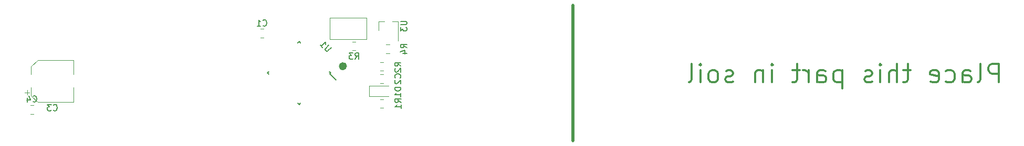
<source format=gbr>
G04 #@! TF.GenerationSoftware,KiCad,Pcbnew,5.1.5+dfsg1-2build2*
G04 #@! TF.CreationDate,2021-03-15T11:47:18+01:00*
G04 #@! TF.ProjectId,soil-moisture-sensor,736f696c-2d6d-46f6-9973-747572652d73,1.0*
G04 #@! TF.SameCoordinates,Original*
G04 #@! TF.FileFunction,Legend,Bot*
G04 #@! TF.FilePolarity,Positive*
%FSLAX46Y46*%
G04 Gerber Fmt 4.6, Leading zero omitted, Abs format (unit mm)*
G04 Created by KiCad (PCBNEW 5.1.5+dfsg1-2build2) date 2021-03-15 11:47:18*
%MOMM*%
%LPD*%
G04 APERTURE LIST*
%ADD10C,0.650000*%
%ADD11C,0.500000*%
%ADD12C,0.120000*%
%ADD13C,0.150000*%
%ADD14C,0.300000*%
G04 APERTURE END LIST*
D10*
X118866228Y-113100000D02*
G75*
G03X118866228Y-113100000I-316228J0D01*
G01*
D11*
X155599999Y-103200001D02*
X155599998Y-125200000D01*
D12*
X116400000Y-105250000D02*
X116400000Y-108750000D01*
X122400000Y-105250000D02*
X116400000Y-105250000D01*
X122400000Y-108750000D02*
X122400000Y-105250000D01*
X116400000Y-108750000D02*
X122400000Y-108750000D01*
X124538748Y-115860000D02*
X125061252Y-115860000D01*
X124538748Y-114440000D02*
X125061252Y-114440000D01*
X68661252Y-119390000D02*
X68138748Y-119390000D01*
X68661252Y-120810000D02*
X68138748Y-120810000D01*
X125061252Y-118440000D02*
X124538748Y-118440000D01*
X125061252Y-119860000D02*
X124538748Y-119860000D01*
X125061252Y-112440000D02*
X124538748Y-112440000D01*
X125061252Y-113860000D02*
X124538748Y-113860000D01*
X120088748Y-110560000D02*
X120611252Y-110560000D01*
X120088748Y-109140000D02*
X120611252Y-109140000D01*
D13*
X116626524Y-114200000D02*
X116467425Y-114359099D01*
X111500000Y-109073476D02*
X111270190Y-109303286D01*
X106373476Y-114200000D02*
X106603286Y-113970190D01*
X111500000Y-119326524D02*
X111729810Y-119096714D01*
X116626524Y-114200000D02*
X116396714Y-113970190D01*
X111500000Y-119326524D02*
X111270190Y-119096714D01*
X106373476Y-114200000D02*
X106603286Y-114429810D01*
X111500000Y-109073476D02*
X111729810Y-109303286D01*
X116467425Y-114359099D02*
X117475052Y-115366726D01*
D12*
X122750000Y-118000000D02*
X122750000Y-116300000D01*
X122750000Y-116300000D02*
X125900000Y-116300000D01*
X122750000Y-118000000D02*
X125900000Y-118000000D01*
X124320000Y-105840000D02*
X125250000Y-105840000D01*
X127480000Y-105840000D02*
X126550000Y-105840000D01*
X127480000Y-105840000D02*
X127480000Y-109000000D01*
X124320000Y-105840000D02*
X124320000Y-107300000D01*
X126061252Y-109590000D02*
X125538748Y-109590000D01*
X126061252Y-111010000D02*
X125538748Y-111010000D01*
X105761252Y-107090000D02*
X105238748Y-107090000D01*
X105761252Y-108510000D02*
X105238748Y-108510000D01*
X75110000Y-112090000D02*
X75110000Y-114440000D01*
X75110000Y-118910000D02*
X75110000Y-116560000D01*
X69354437Y-118910000D02*
X75110000Y-118910000D01*
X69354437Y-112090000D02*
X75110000Y-112090000D01*
X68290000Y-113154437D02*
X68290000Y-114440000D01*
X68290000Y-117845563D02*
X68290000Y-116560000D01*
X68290000Y-117845563D02*
X69354437Y-118910000D01*
X68290000Y-113154437D02*
X69354437Y-112090000D01*
X67262500Y-117347500D02*
X68050000Y-117347500D01*
X67656250Y-117741250D02*
X67656250Y-116953750D01*
D14*
X224332141Y-115722142D02*
X224332141Y-112722142D01*
X223189284Y-112722142D01*
X222903570Y-112865000D01*
X222760713Y-113007857D01*
X222617856Y-113293571D01*
X222617856Y-113722142D01*
X222760713Y-114007857D01*
X222903570Y-114150714D01*
X223189284Y-114293571D01*
X224332141Y-114293571D01*
X220903570Y-115722142D02*
X221189284Y-115579285D01*
X221332141Y-115293571D01*
X221332141Y-112722142D01*
X218474999Y-115722142D02*
X218474999Y-114150714D01*
X218617856Y-113865000D01*
X218903570Y-113722142D01*
X219474999Y-113722142D01*
X219760713Y-113865000D01*
X218474999Y-115579285D02*
X218760713Y-115722142D01*
X219474999Y-115722142D01*
X219760713Y-115579285D01*
X219903570Y-115293571D01*
X219903570Y-115007857D01*
X219760713Y-114722142D01*
X219474999Y-114579285D01*
X218760713Y-114579285D01*
X218474999Y-114436428D01*
X215760713Y-115579285D02*
X216046427Y-115722142D01*
X216617856Y-115722142D01*
X216903570Y-115579285D01*
X217046427Y-115436428D01*
X217189284Y-115150714D01*
X217189284Y-114293571D01*
X217046427Y-114007857D01*
X216903570Y-113865000D01*
X216617856Y-113722142D01*
X216046427Y-113722142D01*
X215760713Y-113865000D01*
X213332141Y-115579285D02*
X213617856Y-115722142D01*
X214189284Y-115722142D01*
X214474999Y-115579285D01*
X214617856Y-115293571D01*
X214617856Y-114150714D01*
X214474999Y-113865000D01*
X214189284Y-113722142D01*
X213617856Y-113722142D01*
X213332141Y-113865000D01*
X213189284Y-114150714D01*
X213189284Y-114436428D01*
X214617856Y-114722142D01*
X210046427Y-113722142D02*
X208903570Y-113722142D01*
X209617856Y-112722142D02*
X209617856Y-115293571D01*
X209474999Y-115579285D01*
X209189284Y-115722142D01*
X208903570Y-115722142D01*
X207903570Y-115722142D02*
X207903570Y-112722142D01*
X206617856Y-115722142D02*
X206617856Y-114150714D01*
X206760713Y-113865000D01*
X207046427Y-113722142D01*
X207474999Y-113722142D01*
X207760713Y-113865000D01*
X207903570Y-114007857D01*
X205189284Y-115722142D02*
X205189284Y-113722142D01*
X205189284Y-112722142D02*
X205332141Y-112865000D01*
X205189284Y-113007857D01*
X205046427Y-112865000D01*
X205189284Y-112722142D01*
X205189284Y-113007857D01*
X203903570Y-115579285D02*
X203617856Y-115722142D01*
X203046427Y-115722142D01*
X202760713Y-115579285D01*
X202617856Y-115293571D01*
X202617856Y-115150714D01*
X202760713Y-114865000D01*
X203046427Y-114722142D01*
X203474999Y-114722142D01*
X203760713Y-114579285D01*
X203903570Y-114293571D01*
X203903570Y-114150714D01*
X203760713Y-113865000D01*
X203474999Y-113722142D01*
X203046427Y-113722142D01*
X202760713Y-113865000D01*
X199046427Y-113722142D02*
X199046427Y-116722142D01*
X199046427Y-113865000D02*
X198760713Y-113722142D01*
X198189284Y-113722142D01*
X197903570Y-113865000D01*
X197760713Y-114007857D01*
X197617856Y-114293571D01*
X197617856Y-115150714D01*
X197760713Y-115436428D01*
X197903570Y-115579285D01*
X198189284Y-115722142D01*
X198760713Y-115722142D01*
X199046427Y-115579285D01*
X195046427Y-115722142D02*
X195046427Y-114150714D01*
X195189284Y-113865000D01*
X195474999Y-113722142D01*
X196046427Y-113722142D01*
X196332141Y-113865000D01*
X195046427Y-115579285D02*
X195332141Y-115722142D01*
X196046427Y-115722142D01*
X196332141Y-115579285D01*
X196474999Y-115293571D01*
X196474999Y-115007857D01*
X196332141Y-114722142D01*
X196046427Y-114579285D01*
X195332141Y-114579285D01*
X195046427Y-114436428D01*
X193617856Y-115722142D02*
X193617856Y-113722142D01*
X193617856Y-114293571D02*
X193474999Y-114007857D01*
X193332141Y-113865000D01*
X193046427Y-113722142D01*
X192760713Y-113722142D01*
X192189284Y-113722142D02*
X191046427Y-113722142D01*
X191760713Y-112722142D02*
X191760713Y-115293571D01*
X191617856Y-115579285D01*
X191332141Y-115722142D01*
X191046427Y-115722142D01*
X187760713Y-115722142D02*
X187760713Y-113722142D01*
X187760713Y-112722142D02*
X187903570Y-112865000D01*
X187760713Y-113007857D01*
X187617856Y-112865000D01*
X187760713Y-112722142D01*
X187760713Y-113007857D01*
X186332141Y-113722142D02*
X186332141Y-115722142D01*
X186332141Y-114007857D02*
X186189284Y-113865000D01*
X185903570Y-113722142D01*
X185474999Y-113722142D01*
X185189284Y-113865000D01*
X185046427Y-114150714D01*
X185046427Y-115722142D01*
X181474999Y-115579285D02*
X181189284Y-115722142D01*
X180617856Y-115722142D01*
X180332141Y-115579285D01*
X180189284Y-115293571D01*
X180189284Y-115150714D01*
X180332141Y-114865000D01*
X180617856Y-114722142D01*
X181046427Y-114722142D01*
X181332141Y-114579285D01*
X181474999Y-114293571D01*
X181474999Y-114150714D01*
X181332141Y-113865000D01*
X181046427Y-113722142D01*
X180617856Y-113722142D01*
X180332141Y-113865000D01*
X178474999Y-115722142D02*
X178760713Y-115579285D01*
X178903570Y-115436428D01*
X179046427Y-115150714D01*
X179046427Y-114293571D01*
X178903570Y-114007857D01*
X178760713Y-113865000D01*
X178474999Y-113722142D01*
X178046427Y-113722142D01*
X177760713Y-113865000D01*
X177617856Y-114007857D01*
X177474999Y-114293571D01*
X177474999Y-115150714D01*
X177617856Y-115436428D01*
X177760713Y-115579285D01*
X178046427Y-115722142D01*
X178474999Y-115722142D01*
X176189284Y-115722142D02*
X176189284Y-113722142D01*
X176189284Y-112722142D02*
X176332141Y-112865000D01*
X176189284Y-113007857D01*
X176046427Y-112865000D01*
X176189284Y-112722142D01*
X176189284Y-113007857D01*
X174332141Y-115722142D02*
X174617856Y-115579285D01*
X174760713Y-115293571D01*
X174760713Y-112722142D01*
X224332141Y-115722142D02*
X224332141Y-112722142D01*
X223189284Y-112722142D01*
X222903570Y-112865000D01*
X222760713Y-113007857D01*
X222617856Y-113293571D01*
X222617856Y-113722142D01*
X222760713Y-114007857D01*
X222903570Y-114150714D01*
X223189284Y-114293571D01*
X224332141Y-114293571D01*
X220903570Y-115722142D02*
X221189284Y-115579285D01*
X221332141Y-115293571D01*
X221332141Y-112722142D01*
X218474999Y-115722142D02*
X218474999Y-114150714D01*
X218617856Y-113865000D01*
X218903570Y-113722142D01*
X219474999Y-113722142D01*
X219760713Y-113865000D01*
X218474999Y-115579285D02*
X218760713Y-115722142D01*
X219474999Y-115722142D01*
X219760713Y-115579285D01*
X219903570Y-115293571D01*
X219903570Y-115007857D01*
X219760713Y-114722142D01*
X219474999Y-114579285D01*
X218760713Y-114579285D01*
X218474999Y-114436428D01*
X215760713Y-115579285D02*
X216046427Y-115722142D01*
X216617856Y-115722142D01*
X216903570Y-115579285D01*
X217046427Y-115436428D01*
X217189284Y-115150714D01*
X217189284Y-114293571D01*
X217046427Y-114007857D01*
X216903570Y-113865000D01*
X216617856Y-113722142D01*
X216046427Y-113722142D01*
X215760713Y-113865000D01*
X213332141Y-115579285D02*
X213617856Y-115722142D01*
X214189284Y-115722142D01*
X214474999Y-115579285D01*
X214617856Y-115293571D01*
X214617856Y-114150714D01*
X214474999Y-113865000D01*
X214189284Y-113722142D01*
X213617856Y-113722142D01*
X213332141Y-113865000D01*
X213189284Y-114150714D01*
X213189284Y-114436428D01*
X214617856Y-114722142D01*
X210046427Y-113722142D02*
X208903570Y-113722142D01*
X209617856Y-112722142D02*
X209617856Y-115293571D01*
X209474999Y-115579285D01*
X209189284Y-115722142D01*
X208903570Y-115722142D01*
X207903570Y-115722142D02*
X207903570Y-112722142D01*
X206617856Y-115722142D02*
X206617856Y-114150714D01*
X206760713Y-113865000D01*
X207046427Y-113722142D01*
X207474999Y-113722142D01*
X207760713Y-113865000D01*
X207903570Y-114007857D01*
X205189284Y-115722142D02*
X205189284Y-113722142D01*
X205189284Y-112722142D02*
X205332141Y-112865000D01*
X205189284Y-113007857D01*
X205046427Y-112865000D01*
X205189284Y-112722142D01*
X205189284Y-113007857D01*
X203903570Y-115579285D02*
X203617856Y-115722142D01*
X203046427Y-115722142D01*
X202760713Y-115579285D01*
X202617856Y-115293571D01*
X202617856Y-115150714D01*
X202760713Y-114865000D01*
X203046427Y-114722142D01*
X203474999Y-114722142D01*
X203760713Y-114579285D01*
X203903570Y-114293571D01*
X203903570Y-114150714D01*
X203760713Y-113865000D01*
X203474999Y-113722142D01*
X203046427Y-113722142D01*
X202760713Y-113865000D01*
X199046427Y-113722142D02*
X199046427Y-116722142D01*
X199046427Y-113865000D02*
X198760713Y-113722142D01*
X198189284Y-113722142D01*
X197903570Y-113865000D01*
X197760713Y-114007857D01*
X197617856Y-114293571D01*
X197617856Y-115150714D01*
X197760713Y-115436428D01*
X197903570Y-115579285D01*
X198189284Y-115722142D01*
X198760713Y-115722142D01*
X199046427Y-115579285D01*
X195046427Y-115722142D02*
X195046427Y-114150714D01*
X195189284Y-113865000D01*
X195474999Y-113722142D01*
X196046427Y-113722142D01*
X196332141Y-113865000D01*
X195046427Y-115579285D02*
X195332141Y-115722142D01*
X196046427Y-115722142D01*
X196332141Y-115579285D01*
X196474999Y-115293571D01*
X196474999Y-115007857D01*
X196332141Y-114722142D01*
X196046427Y-114579285D01*
X195332141Y-114579285D01*
X195046427Y-114436428D01*
X193617856Y-115722142D02*
X193617856Y-113722142D01*
X193617856Y-114293571D02*
X193474999Y-114007857D01*
X193332141Y-113865000D01*
X193046427Y-113722142D01*
X192760713Y-113722142D01*
X192189284Y-113722142D02*
X191046427Y-113722142D01*
X191760713Y-112722142D02*
X191760713Y-115293571D01*
X191617856Y-115579285D01*
X191332141Y-115722142D01*
X191046427Y-115722142D01*
X187760713Y-115722142D02*
X187760713Y-113722142D01*
X187760713Y-112722142D02*
X187903570Y-112865000D01*
X187760713Y-113007857D01*
X187617856Y-112865000D01*
X187760713Y-112722142D01*
X187760713Y-113007857D01*
X186332141Y-113722142D02*
X186332141Y-115722142D01*
X186332141Y-114007857D02*
X186189284Y-113865000D01*
X185903570Y-113722142D01*
X185474999Y-113722142D01*
X185189284Y-113865000D01*
X185046427Y-114150714D01*
X185046427Y-115722142D01*
X181474999Y-115579285D02*
X181189284Y-115722142D01*
X180617856Y-115722142D01*
X180332141Y-115579285D01*
X180189284Y-115293571D01*
X180189284Y-115150714D01*
X180332141Y-114865000D01*
X180617856Y-114722142D01*
X181046427Y-114722142D01*
X181332141Y-114579285D01*
X181474999Y-114293571D01*
X181474999Y-114150714D01*
X181332141Y-113865000D01*
X181046427Y-113722142D01*
X180617856Y-113722142D01*
X180332141Y-113865000D01*
X178474999Y-115722142D02*
X178760713Y-115579285D01*
X178903570Y-115436428D01*
X179046427Y-115150714D01*
X179046427Y-114293571D01*
X178903570Y-114007857D01*
X178760713Y-113865000D01*
X178474999Y-113722142D01*
X178046427Y-113722142D01*
X177760713Y-113865000D01*
X177617856Y-114007857D01*
X177474999Y-114293571D01*
X177474999Y-115150714D01*
X177617856Y-115436428D01*
X177760713Y-115579285D01*
X178046427Y-115722142D01*
X178474999Y-115722142D01*
X176189284Y-115722142D02*
X176189284Y-113722142D01*
X176189284Y-112722142D02*
X176332141Y-112865000D01*
X176189284Y-113007857D01*
X176046427Y-112865000D01*
X176189284Y-112722142D01*
X176189284Y-113007857D01*
X174332141Y-115722142D02*
X174617856Y-115579285D01*
X174760713Y-115293571D01*
X174760713Y-112722142D01*
D13*
X127807142Y-114983333D02*
X127854761Y-114935714D01*
X127902380Y-114792857D01*
X127902380Y-114697619D01*
X127854761Y-114554761D01*
X127759523Y-114459523D01*
X127664285Y-114411904D01*
X127473809Y-114364285D01*
X127330952Y-114364285D01*
X127140476Y-114411904D01*
X127045238Y-114459523D01*
X126950000Y-114554761D01*
X126902380Y-114697619D01*
X126902380Y-114792857D01*
X126950000Y-114935714D01*
X126997619Y-114983333D01*
X126997619Y-115364285D02*
X126950000Y-115411904D01*
X126902380Y-115507142D01*
X126902380Y-115745238D01*
X126950000Y-115840476D01*
X126997619Y-115888095D01*
X127092857Y-115935714D01*
X127188095Y-115935714D01*
X127330952Y-115888095D01*
X127902380Y-115316666D01*
X127902380Y-115935714D01*
X68566666Y-118807142D02*
X68614285Y-118854761D01*
X68757142Y-118902380D01*
X68852380Y-118902380D01*
X68995238Y-118854761D01*
X69090476Y-118759523D01*
X69138095Y-118664285D01*
X69185714Y-118473809D01*
X69185714Y-118330952D01*
X69138095Y-118140476D01*
X69090476Y-118045238D01*
X68995238Y-117950000D01*
X68852380Y-117902380D01*
X68757142Y-117902380D01*
X68614285Y-117950000D01*
X68566666Y-117997619D01*
X67709523Y-118235714D02*
X67709523Y-118902380D01*
X67947619Y-117854761D02*
X68185714Y-118569047D01*
X67566666Y-118569047D01*
X127952380Y-118983333D02*
X127476190Y-118650000D01*
X127952380Y-118411904D02*
X126952380Y-118411904D01*
X126952380Y-118792857D01*
X127000000Y-118888095D01*
X127047619Y-118935714D01*
X127142857Y-118983333D01*
X127285714Y-118983333D01*
X127380952Y-118935714D01*
X127428571Y-118888095D01*
X127476190Y-118792857D01*
X127476190Y-118411904D01*
X127952380Y-119935714D02*
X127952380Y-119364285D01*
X127952380Y-119650000D02*
X126952380Y-119650000D01*
X127095238Y-119554761D01*
X127190476Y-119459523D01*
X127238095Y-119364285D01*
X127902380Y-113083333D02*
X127426190Y-112750000D01*
X127902380Y-112511904D02*
X126902380Y-112511904D01*
X126902380Y-112892857D01*
X126950000Y-112988095D01*
X126997619Y-113035714D01*
X127092857Y-113083333D01*
X127235714Y-113083333D01*
X127330952Y-113035714D01*
X127378571Y-112988095D01*
X127426190Y-112892857D01*
X127426190Y-112511904D01*
X126997619Y-113464285D02*
X126950000Y-113511904D01*
X126902380Y-113607142D01*
X126902380Y-113845238D01*
X126950000Y-113940476D01*
X126997619Y-113988095D01*
X127092857Y-114035714D01*
X127188095Y-114035714D01*
X127330952Y-113988095D01*
X127902380Y-113416666D01*
X127902380Y-114035714D01*
X120516666Y-111952380D02*
X120850000Y-111476190D01*
X121088095Y-111952380D02*
X121088095Y-110952380D01*
X120707142Y-110952380D01*
X120611904Y-111000000D01*
X120564285Y-111047619D01*
X120516666Y-111142857D01*
X120516666Y-111285714D01*
X120564285Y-111380952D01*
X120611904Y-111428571D01*
X120707142Y-111476190D01*
X121088095Y-111476190D01*
X120183333Y-110952380D02*
X119564285Y-110952380D01*
X119897619Y-111333333D01*
X119754761Y-111333333D01*
X119659523Y-111380952D01*
X119611904Y-111428571D01*
X119564285Y-111523809D01*
X119564285Y-111761904D01*
X119611904Y-111857142D01*
X119659523Y-111904761D01*
X119754761Y-111952380D01*
X120040476Y-111952380D01*
X120135714Y-111904761D01*
X120183333Y-111857142D01*
X116703969Y-110073526D02*
X116131549Y-110645946D01*
X116030534Y-110679618D01*
X115963190Y-110679618D01*
X115862175Y-110645946D01*
X115727488Y-110511259D01*
X115693816Y-110410244D01*
X115693816Y-110342900D01*
X115727488Y-110241885D01*
X116299908Y-109669465D01*
X114885694Y-109669465D02*
X115289755Y-110073526D01*
X115087725Y-109871496D02*
X115794831Y-109164389D01*
X115761160Y-109332748D01*
X115761160Y-109467435D01*
X115794831Y-109568450D01*
X127902380Y-116511904D02*
X126902380Y-116511904D01*
X126902380Y-116750000D01*
X126950000Y-116892857D01*
X127045238Y-116988095D01*
X127140476Y-117035714D01*
X127330952Y-117083333D01*
X127473809Y-117083333D01*
X127664285Y-117035714D01*
X127759523Y-116988095D01*
X127854761Y-116892857D01*
X127902380Y-116750000D01*
X127902380Y-116511904D01*
X127902380Y-118035714D02*
X127902380Y-117464285D01*
X127902380Y-117750000D02*
X126902380Y-117750000D01*
X127045238Y-117654761D01*
X127140476Y-117559523D01*
X127188095Y-117464285D01*
X127852380Y-105838095D02*
X128661904Y-105838095D01*
X128757142Y-105885714D01*
X128804761Y-105933333D01*
X128852380Y-106028571D01*
X128852380Y-106219047D01*
X128804761Y-106314285D01*
X128757142Y-106361904D01*
X128661904Y-106409523D01*
X127852380Y-106409523D01*
X127852380Y-106790476D02*
X127852380Y-107409523D01*
X128233333Y-107076190D01*
X128233333Y-107219047D01*
X128280952Y-107314285D01*
X128328571Y-107361904D01*
X128423809Y-107409523D01*
X128661904Y-107409523D01*
X128757142Y-107361904D01*
X128804761Y-107314285D01*
X128852380Y-107219047D01*
X128852380Y-106933333D01*
X128804761Y-106838095D01*
X128757142Y-106790476D01*
X128852380Y-110133333D02*
X128376190Y-109800000D01*
X128852380Y-109561904D02*
X127852380Y-109561904D01*
X127852380Y-109942857D01*
X127900000Y-110038095D01*
X127947619Y-110085714D01*
X128042857Y-110133333D01*
X128185714Y-110133333D01*
X128280952Y-110085714D01*
X128328571Y-110038095D01*
X128376190Y-109942857D01*
X128376190Y-109561904D01*
X128185714Y-110990476D02*
X128852380Y-110990476D01*
X127804761Y-110752380D02*
X128519047Y-110514285D01*
X128519047Y-111133333D01*
X105666666Y-106507142D02*
X105714285Y-106554761D01*
X105857142Y-106602380D01*
X105952380Y-106602380D01*
X106095238Y-106554761D01*
X106190476Y-106459523D01*
X106238095Y-106364285D01*
X106285714Y-106173809D01*
X106285714Y-106030952D01*
X106238095Y-105840476D01*
X106190476Y-105745238D01*
X106095238Y-105650000D01*
X105952380Y-105602380D01*
X105857142Y-105602380D01*
X105714285Y-105650000D01*
X105666666Y-105697619D01*
X104714285Y-106602380D02*
X105285714Y-106602380D01*
X105000000Y-106602380D02*
X105000000Y-105602380D01*
X105095238Y-105745238D01*
X105190476Y-105840476D01*
X105285714Y-105888095D01*
X71866666Y-120207142D02*
X71914285Y-120254761D01*
X72057142Y-120302380D01*
X72152380Y-120302380D01*
X72295238Y-120254761D01*
X72390476Y-120159523D01*
X72438095Y-120064285D01*
X72485714Y-119873809D01*
X72485714Y-119730952D01*
X72438095Y-119540476D01*
X72390476Y-119445238D01*
X72295238Y-119350000D01*
X72152380Y-119302380D01*
X72057142Y-119302380D01*
X71914285Y-119350000D01*
X71866666Y-119397619D01*
X71533333Y-119302380D02*
X70914285Y-119302380D01*
X71247619Y-119683333D01*
X71104761Y-119683333D01*
X71009523Y-119730952D01*
X70961904Y-119778571D01*
X70914285Y-119873809D01*
X70914285Y-120111904D01*
X70961904Y-120207142D01*
X71009523Y-120254761D01*
X71104761Y-120302380D01*
X71390476Y-120302380D01*
X71485714Y-120254761D01*
X71533333Y-120207142D01*
M02*

</source>
